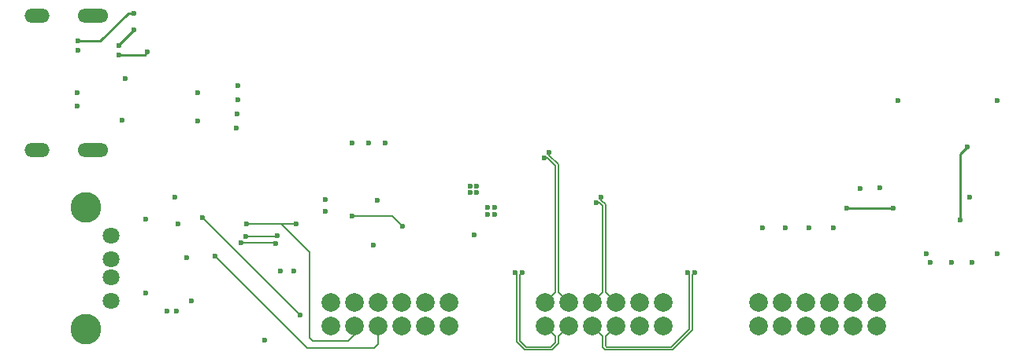
<source format=gbr>
G04 #@! TF.GenerationSoftware,KiCad,Pcbnew,5.1.4+dfsg1-1~bpo10+1*
G04 #@! TF.CreationDate,2020-02-14T17:19:22+01:00*
G04 #@! TF.ProjectId,arty-a7-expansion,61727479-2d61-4372-9d65-7870616e7369,rev?*
G04 #@! TF.SameCoordinates,Original*
G04 #@! TF.FileFunction,Copper,L4,Bot*
G04 #@! TF.FilePolarity,Positive*
%FSLAX46Y46*%
G04 Gerber Fmt 4.6, Leading zero omitted, Abs format (unit mm)*
G04 Created by KiCad (PCBNEW 5.1.4+dfsg1-1~bpo10+1) date 2020-02-14 17:19:22*
%MOMM*%
%LPD*%
G04 APERTURE LIST*
%ADD10C,1.800000*%
%ADD11C,3.300000*%
%ADD12O,2.700000X1.500000*%
%ADD13O,3.300000X1.500000*%
%ADD14C,2.000000*%
%ADD15C,0.600000*%
%ADD16C,0.150000*%
%ADD17C,0.254000*%
%ADD18C,0.200000*%
G04 APERTURE END LIST*
D10*
X104011241Y-117978709D03*
X104011241Y-115478709D03*
X104011241Y-113478709D03*
X104011241Y-110978709D03*
D11*
X101301241Y-121048709D03*
X101301241Y-107908709D03*
D12*
X96051241Y-101728709D03*
X96051241Y-87228709D03*
D13*
X102051241Y-87228709D03*
X102051241Y-101728709D03*
D14*
X150651241Y-120718709D03*
X153191241Y-120718709D03*
X155731241Y-120718709D03*
X158271241Y-120718709D03*
X160811241Y-120718709D03*
X163351241Y-120718709D03*
X163351241Y-118178709D03*
X160811241Y-118178709D03*
X158271241Y-118178709D03*
X155731241Y-118178709D03*
X153191241Y-118178709D03*
X150651241Y-118178709D03*
X173651241Y-120718709D03*
X176191241Y-120718709D03*
X178731241Y-120718709D03*
X181271241Y-120718709D03*
X183811241Y-120718709D03*
X186351241Y-120718709D03*
X186351241Y-118178709D03*
X183811241Y-118178709D03*
X181271241Y-118178709D03*
X178731241Y-118178709D03*
X176191241Y-118178709D03*
X173651241Y-118178709D03*
X127651241Y-120718709D03*
X130191241Y-120718709D03*
X132731241Y-120718709D03*
X135271241Y-120718709D03*
X137811241Y-120718709D03*
X140351241Y-120718709D03*
X140351241Y-118178709D03*
X137811241Y-118178709D03*
X135271241Y-118178709D03*
X132731241Y-118178709D03*
X130191241Y-118178709D03*
X127651241Y-118178709D03*
D15*
X117611241Y-94828709D03*
X117631241Y-96328709D03*
X199241741Y-112914709D03*
X199241741Y-96404709D03*
X188573741Y-96404709D03*
X184509741Y-105866209D03*
X191621741Y-112914709D03*
X120565241Y-122249209D03*
X110024241Y-119137709D03*
X107738241Y-117169209D03*
X107738241Y-109168209D03*
X112691241Y-117994709D03*
X132630241Y-107199709D03*
X143047241Y-110870709D03*
X123676741Y-114819709D03*
X111230741Y-109739709D03*
X110849741Y-106818709D03*
X105189241Y-98509209D03*
X100363241Y-96985209D03*
X100363241Y-95524709D03*
X105506741Y-94000709D03*
X100490241Y-90952709D03*
X196310500Y-106859000D03*
X132221241Y-112002709D03*
X117521241Y-99348709D03*
X117574212Y-97810702D03*
X129891241Y-100998709D03*
X131686241Y-101003709D03*
X133486241Y-101003709D03*
X156697666Y-106847834D03*
X156167334Y-107378166D03*
X150579334Y-102552166D03*
X151109666Y-102021834D03*
X165963500Y-114987000D03*
X166713500Y-114987000D03*
X147421500Y-114987000D03*
X148171500Y-114987000D03*
X196071241Y-101378709D03*
X195271241Y-109278709D03*
X196574741Y-113867209D03*
X194352241Y-113867209D03*
X192066241Y-113867209D03*
X181652241Y-110120709D03*
X176508741Y-110120709D03*
X174032241Y-110120709D03*
X179048741Y-110120709D03*
X186668741Y-105802709D03*
X112183241Y-113359209D03*
X111040241Y-119137709D03*
X122216241Y-114819709D03*
X113351241Y-98578709D03*
X113351241Y-95578709D03*
X144511241Y-107958709D03*
X145211241Y-107958709D03*
X144511241Y-108658709D03*
X145211241Y-108658709D03*
X127016241Y-107108709D03*
X127011241Y-108333709D03*
X188071241Y-107978709D03*
X183071241Y-107978709D03*
X142636241Y-105623709D03*
X143336241Y-105623709D03*
X142636241Y-106323709D03*
X143336241Y-106323709D03*
X129963241Y-108850709D03*
X135353251Y-109958709D03*
X118585485Y-109683185D03*
X123930741Y-109676209D03*
X118468230Y-111036978D03*
X121913254Y-110942472D03*
X117961741Y-111771709D03*
X121733067Y-111777259D03*
X113834241Y-109041209D03*
X124311741Y-119518709D03*
X115159809Y-113161526D03*
X104851241Y-91478709D03*
X107951241Y-91178709D03*
X104851241Y-90478709D03*
X106451241Y-88778709D03*
X100451241Y-89978709D03*
X106451241Y-86978709D03*
D16*
X157151241Y-107619608D02*
X157151241Y-117058709D01*
X156697666Y-106847834D02*
X156697666Y-107166033D01*
X156697666Y-107166033D02*
X157151241Y-107619608D01*
X157151241Y-117058709D02*
X158271241Y-118178709D01*
X156851241Y-107743874D02*
X156851241Y-117058709D01*
X156167334Y-107378166D02*
X156485533Y-107378166D01*
X156851241Y-117058709D02*
X155731241Y-118178709D01*
X156485533Y-107378166D02*
X156851241Y-107743874D01*
X151771241Y-117058709D02*
X150651241Y-118178709D01*
X151771241Y-103425874D02*
X151771241Y-117058709D01*
X150897533Y-102552166D02*
X151771241Y-103425874D01*
X150579334Y-102552166D02*
X150897533Y-102552166D01*
X152071241Y-103301608D02*
X152071241Y-117058709D01*
X151109666Y-102021834D02*
X151109666Y-102340033D01*
X151109666Y-102340033D02*
X152071241Y-103301608D01*
X152071241Y-117058709D02*
X153191241Y-118178709D01*
X157151241Y-122859607D02*
X157256634Y-122965000D01*
X157256634Y-122965000D02*
X164244366Y-122965000D01*
X166188500Y-121020866D02*
X166188500Y-115212000D01*
X164244366Y-122965000D02*
X166188500Y-121020866D01*
X166188500Y-115212000D02*
X165963500Y-114987000D01*
X157151241Y-122859607D02*
X157151241Y-121838709D01*
X157151241Y-121838709D02*
X158271241Y-120718709D01*
X156851241Y-122983875D02*
X157132366Y-123265000D01*
X157132366Y-123265000D02*
X164368634Y-123265000D01*
X166488500Y-115212000D02*
X166713500Y-114987000D01*
X166488500Y-121145134D02*
X166488500Y-115212000D01*
X164368634Y-123265000D02*
X166488500Y-121145134D01*
X156851241Y-122983875D02*
X156851241Y-121838709D01*
X156851241Y-121838709D02*
X155731241Y-120718709D01*
X151414634Y-123265000D02*
X148496366Y-123265000D01*
X148496366Y-123265000D02*
X147646500Y-122415134D01*
X147646500Y-122415134D02*
X147646500Y-115212000D01*
X147646500Y-115212000D02*
X147421500Y-114987000D01*
X152071241Y-121838709D02*
X153191241Y-120718709D01*
X151414634Y-123265000D02*
X152071241Y-122608393D01*
X152071241Y-122608393D02*
X152071241Y-121838709D01*
X151290366Y-122965000D02*
X148620634Y-122965000D01*
X147946500Y-115212000D02*
X148171500Y-114987000D01*
X147946500Y-122290866D02*
X147946500Y-115212000D01*
X148620634Y-122965000D02*
X147946500Y-122290866D01*
X151771241Y-121838709D02*
X150651241Y-120718709D01*
X151771241Y-122484125D02*
X151771241Y-121838709D01*
X151290366Y-122965000D02*
X151771241Y-122484125D01*
D17*
X196071241Y-101378709D02*
X195271241Y-102178709D01*
X195271241Y-102178709D02*
X195271241Y-108854445D01*
X195271241Y-108854445D02*
X195271241Y-109278709D01*
X188071241Y-107978709D02*
X183071241Y-107978709D01*
D18*
X135053252Y-109658710D02*
X135353251Y-109958709D01*
X134245251Y-108850709D02*
X135053252Y-109658710D01*
X129963241Y-108850709D02*
X134245251Y-108850709D01*
X119016725Y-109676209D02*
X119009749Y-109683185D01*
X122295163Y-109676209D02*
X119016725Y-109676209D01*
X119009749Y-109683185D02*
X118585485Y-109683185D01*
X122295163Y-109676209D02*
X123930741Y-109676209D01*
X125698500Y-122353000D02*
X129508500Y-122353000D01*
X125327741Y-121982241D02*
X125698500Y-122353000D01*
X130191241Y-121670259D02*
X130191241Y-120718709D01*
X129508500Y-122353000D02*
X130191241Y-121670259D01*
X122295163Y-109676209D02*
X125327741Y-112708787D01*
X125327741Y-112708787D02*
X125327741Y-121982241D01*
X118468230Y-111036978D02*
X121818748Y-111036978D01*
X121818748Y-111036978D02*
X121913254Y-110942472D01*
X121727517Y-111771709D02*
X121733067Y-111777259D01*
X117961741Y-111771709D02*
X121727517Y-111771709D01*
X113834241Y-109041209D02*
X124311741Y-119518709D01*
X132323790Y-123093710D02*
X132731241Y-122686259D01*
X115159809Y-113161526D02*
X125091994Y-123093710D01*
X132731241Y-122686259D02*
X132731241Y-120718709D01*
X125091994Y-123093710D02*
X132323790Y-123093710D01*
D17*
X104851241Y-91478709D02*
X107151241Y-91478709D01*
X107151241Y-91478709D02*
X107651241Y-91478709D01*
X107651241Y-91478709D02*
X107951241Y-91178709D01*
X104851241Y-90378709D02*
X106451241Y-88778709D01*
X104851241Y-90478709D02*
X104851241Y-90378709D01*
X100451241Y-89978709D02*
X102851241Y-89978709D01*
X102851241Y-89978709D02*
X105851241Y-86978709D01*
X105851241Y-86978709D02*
X106451241Y-86978709D01*
M02*

</source>
